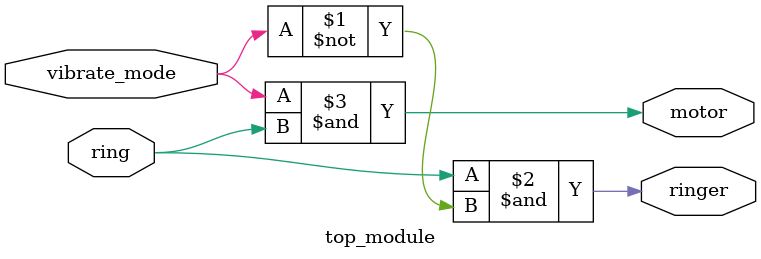
<source format=v>

module top_module (
    input ring,
    input vibrate_mode,
    output ringer,       // Make sound
    output motor         // Vibrate
);
    assign ringer=ring & ~vibrate_mode;
    assign motor=vibrate_mode & ring;

endmodule

</source>
